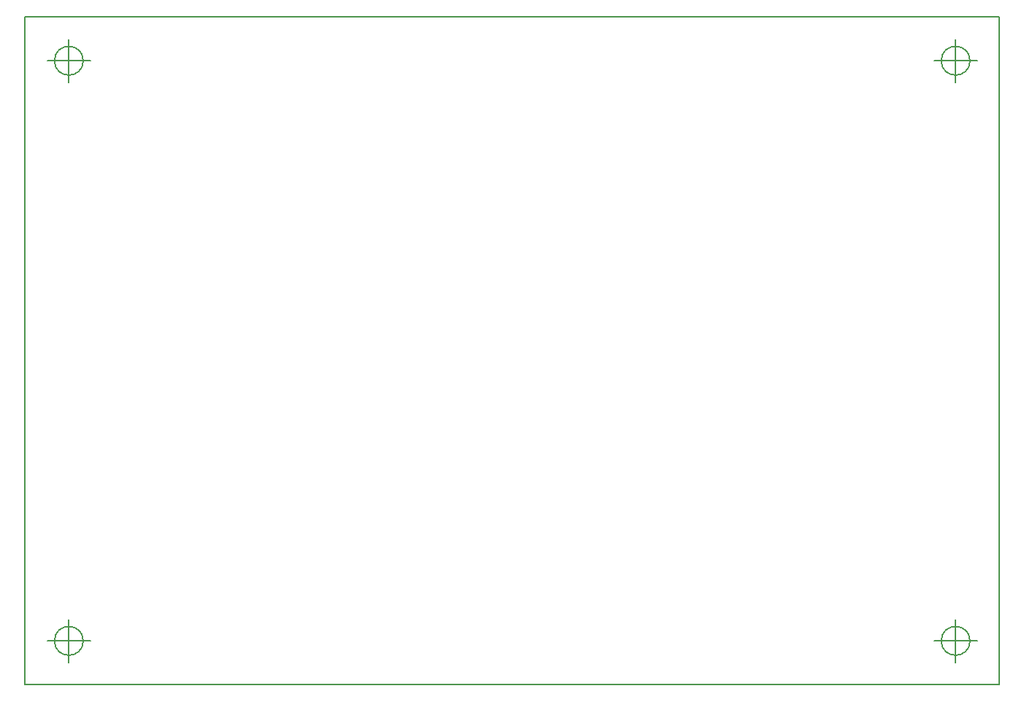
<source format=gbr>
G04 #@! TF.FileFunction,Profile,NP*
%FSLAX46Y46*%
G04 Gerber Fmt 4.6, Leading zero omitted, Abs format (unit mm)*
G04 Created by KiCad (PCBNEW 4.0.6) date 06/13/17 23:52:04*
%MOMM*%
%LPD*%
G01*
G04 APERTURE LIST*
%ADD10C,0.100000*%
%ADD11C,0.150000*%
G04 APERTURE END LIST*
D10*
D11*
X12700000Y-90170000D02*
X12700000Y-12700000D01*
X125730000Y-90170000D02*
X12700000Y-90170000D01*
X125730000Y-12700000D02*
X125730000Y-90170000D01*
X12700000Y-12700000D02*
X125730000Y-12700000D01*
X122316666Y-85090000D02*
G75*
G03X122316666Y-85090000I-1666666J0D01*
G01*
X118150000Y-85090000D02*
X123150000Y-85090000D01*
X120650000Y-82590000D02*
X120650000Y-87590000D01*
X19446666Y-85090000D02*
G75*
G03X19446666Y-85090000I-1666666J0D01*
G01*
X15280000Y-85090000D02*
X20280000Y-85090000D01*
X17780000Y-82590000D02*
X17780000Y-87590000D01*
X19446666Y-17780000D02*
G75*
G03X19446666Y-17780000I-1666666J0D01*
G01*
X15280000Y-17780000D02*
X20280000Y-17780000D01*
X17780000Y-15280000D02*
X17780000Y-20280000D01*
X122316666Y-17780000D02*
G75*
G03X122316666Y-17780000I-1666666J0D01*
G01*
X118150000Y-17780000D02*
X123150000Y-17780000D01*
X120650000Y-15280000D02*
X120650000Y-20280000D01*
M02*

</source>
